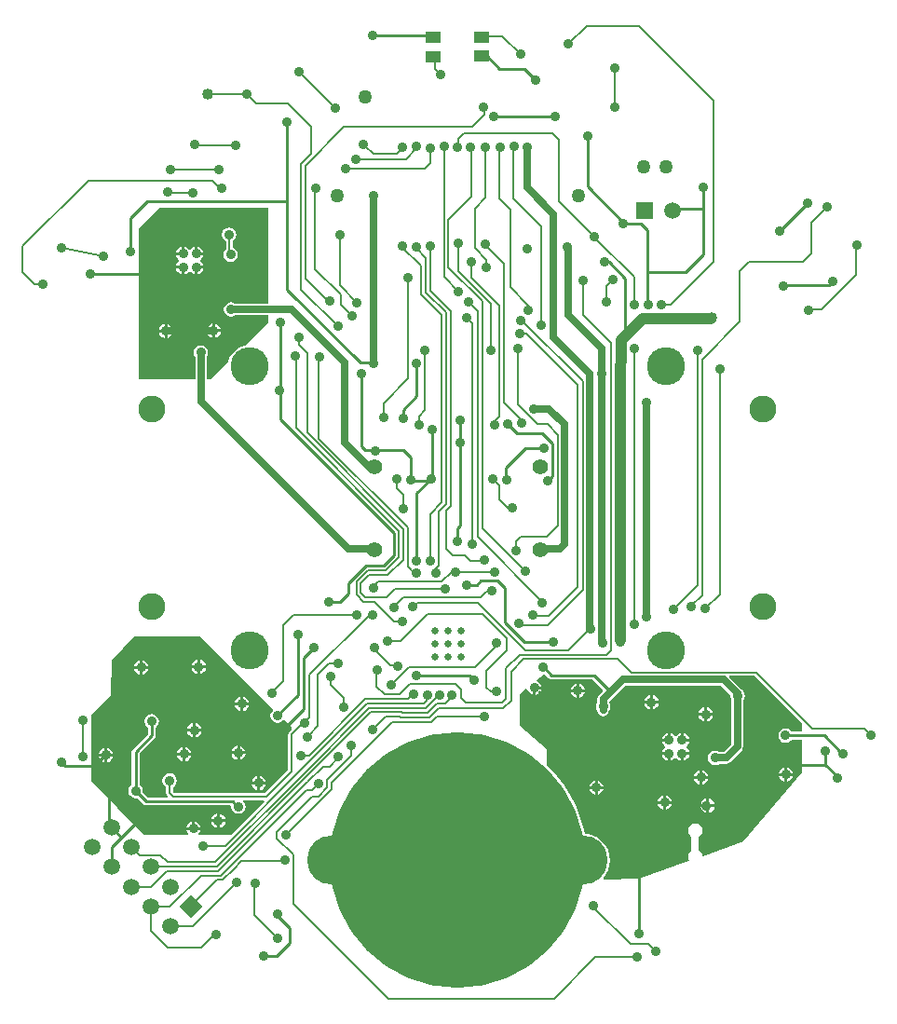
<source format=gbl>
%FSTAX23Y23*%
%MOIN*%
%SFA1B1*%

%IPPOS*%
%AMD48*
4,1,4,0.000000,-0.041700,0.041700,0.000000,0.000000,0.041700,-0.041700,0.000000,0.000000,-0.041700,0.0*
%
%ADD10C,0.010000*%
%ADD42C,0.025000*%
%ADD43C,0.040000*%
%ADD44C,0.008000*%
%ADD46C,0.055100*%
%ADD47C,0.059100*%
G04~CAMADD=48~10~0.0~590.4~0.0~0.0~0.0~0.0~0~0.0~0.0~0.0~0.0~0~0.0~0.0~0.0~0.0~0~0.0~0.0~0.0~225.0~590.4~0.0*
%ADD48D48*%
%ADD49C,0.050000*%
%ADD50R,0.059100X0.059100*%
%ADD51C,0.035000*%
%ADD52C,0.040000*%
%ADD53C,0.175000*%
%ADD54C,0.915000*%
%ADD55C,0.026000*%
%ADD56C,0.136000*%
%ADD57C,0.096000*%
%ADD58R,0.052000X0.044000*%
%LNronemotorboard-v10-1*%
%LPD*%
G36*
X03079Y03541D02*
X03339Y03281D01*
X03338Y03276*
X03338Y03275*
X03332Y03267*
X0333Y03257*
X03332Y03247*
X03338Y03239*
X03346Y03233*
X03356Y03231*
X03366Y03233*
X03374Y03239*
X03375Y0324*
X0338Y0324*
X03405Y03216*
Y03206*
X03398Y03199*
X03395Y03195*
X03394Y03191*
Y03063*
X03311Y0298*
X02987*
X02982Y02985*
Y03002*
X02988Y03006*
X02994Y03015*
X02996Y03025*
X02994Y03035*
X02988Y03043*
X02979Y03049*
X0297Y03051*
X0296Y03049*
X02951Y03043*
X02946Y03035*
X02944Y03025*
X02946Y03015*
X02951Y03006*
X02957Y03002*
Y0298*
X02958Y02975*
X02961Y02971*
X02964Y02967*
X02962Y02963*
X02891*
X02872Y02981*
X02874Y02988*
X02872Y02998*
X02866Y03006*
X02861Y03009*
Y03122*
X02915Y03176*
X02918Y0318*
X02919Y03186*
Y03215*
X02923Y03218*
X02929Y03227*
X02931Y03237*
X02929Y03246*
X02923Y03255*
X02914Y03261*
X02905Y03263*
X02895Y03261*
X02886Y03255*
X02881Y03246*
X02879Y03237*
X02881Y03227*
X02886Y03218*
X02892Y03214*
Y03191*
X02838Y03137*
X02835Y03133*
X02834Y03128*
Y03009*
X02829Y03006*
X02824Y02998*
X02822Y02988*
X02824Y02978*
X02829Y02969*
X02838Y02964*
X02848Y02962*
X02854Y02963*
X02876Y0294*
X0288Y02937*
X02886Y02936*
X03186*
X03189Y02932*
X03189Y02932*
X03191Y02922*
X03196Y02913*
X03205Y02908*
X03215Y02906*
X03225Y02908*
X03233Y02913*
X03239Y02922*
X03241Y02932*
X03239Y02942*
X03233Y0295*
X03232Y02951*
X03233Y02955*
X03307*
X03309Y02951*
X03188Y02829*
X03074Y02829*
X03073Y02834*
X03073Y02834*
X03079Y02843*
X0308Y02848*
X0303*
X03031Y02843*
X03036Y02834*
X03037Y02834*
X03035Y02829*
X02877Y02829*
X02688Y03023*
X02689Y0326*
X02759Y0333*
X02761Y03455*
X02844Y03542*
X03079Y03541*
G37*
G36*
X04327Y03391D02*
X04331Y03388D01*
X04337Y03387*
X04482*
X0452Y03349*
Y03344*
X04506Y0333*
X04501Y03324*
X045Y03316*
Y03305*
X04497Y03301*
X04495Y03291*
X04497Y03281*
X045Y03276*
Y03276*
X04501Y03268*
X04506Y03261*
X04513Y03256*
X04521Y03255*
X04529Y03256*
X04535Y03261*
X0454Y03268*
X04541Y03276*
Y03276*
X04545Y03281*
X04547Y03291*
X04545Y03301*
X04541Y03305*
Y03307*
X04599Y03365*
X04942*
X04977Y03329*
X04977Y03328*
X04979Y03318*
X0498Y03317*
Y03154*
X04952Y03126*
X04935*
X04931Y0313*
X04921Y03132*
X04911Y0313*
X04902Y03124*
X04897Y03116*
X04895Y03106*
X04897Y03096*
X04902Y03087*
X04911Y03082*
X04921Y0308*
X04931Y03082*
X04935Y03085*
X04961*
X04969Y03086*
X04975Y03091*
X05015Y03131*
X05018Y03135*
X0502Y03138*
X05021Y03146*
Y0331*
X05027Y03318*
X05029Y03328*
X05027Y03338*
X05021Y03346*
X05015Y03351*
X04971Y03395*
X04973Y03399*
X05062*
X05234Y03228*
Y03199*
X05195*
X05192Y03204*
X05183Y0321*
X05174Y03212*
X05164Y0321*
X05155Y03204*
X0515Y03196*
X05148Y03186*
X0515Y03176*
X05155Y03167*
X05164Y03162*
X05174Y0316*
X05183Y03162*
X05192Y03167*
X05195Y03172*
X05234*
Y03055*
X05023Y02806*
X0488Y02755*
X04876Y02757*
X04875Y02762*
X04869Y02771*
X04864Y02774*
Y02824*
X04869Y02827*
X04875Y02836*
X04877Y02846*
X04875Y02856*
X04869Y02864*
X0486Y0287*
X04851Y02872*
X04841Y0287*
X04832Y02864*
X04827Y02856*
X04825Y02846*
X04827Y02836*
X04832Y02827*
X04837Y02824*
Y02774*
X04832Y02771*
X04827Y02762*
X04825Y02753*
X04827Y02743*
X04828Y02741*
X04826Y02736*
X04648Y02673*
X04523Y02671*
X04521Y02676*
X04529Y02686*
X04538Y02703*
X04544Y02721*
X04546Y0274*
X04544Y02758*
X04538Y02776*
X04529Y02793*
X04517Y02807*
X04503Y02819*
X04486Y02828*
X04468Y02834*
X04455Y02835*
X0445Y0286*
X04437Y02899*
X04422Y02936*
X04403Y02973*
X04381Y03007*
X04356Y03039*
X04329Y03069*
X0432Y03078*
Y03137*
X04222Y03222*
Y03334*
X04246Y03353*
X0425Y03351*
X04251Y03347*
X04257Y03339*
X04265Y03333*
X0427Y03332*
Y03357*
X04275*
Y03362*
X043*
X04299Y03367*
X04293Y03375*
X04285Y03381*
X04284Y03384*
X04308Y03403*
X04314Y03404*
X04327Y03391*
G37*
G36*
X03321Y0473D02*
X03204D01*
X03199Y04734*
X0319Y04736*
X0318Y04734*
X03171Y04728*
X03166Y0472*
X03164Y0471*
X03166Y047*
X03171Y04691*
X0318Y04686*
X0319Y04684*
X03199Y04686*
X03204Y04689*
X03321*
Y04665*
X03238Y04582*
X03225Y04578*
X03212Y04571*
X03201Y04562*
X03191Y0455*
X03184Y04537*
X0318Y04524*
X03118Y04462*
X03102*
Y04542*
X03105Y04546*
X03107Y04556*
X03105Y04565*
X03099Y04574*
X03091Y0458*
X03081Y04582*
X03071Y0458*
X03062Y04574*
X03057Y04565*
X03055Y04556*
X03057Y04546*
X03061Y04539*
Y04462*
X02859*
Y05*
X02933Y05072*
X02934Y05073*
X03321*
Y0473*
G37*
%LNronemotorboard-v10-2*%
%LPC*%
G36*
X0517Y03072D02*
X05165Y03071D01*
X05156Y03065*
X05151Y03057*
X0515Y03052*
X0517*
Y03072*
G37*
G36*
X02767Y03111D02*
X02747D01*
Y03091*
X02752Y03092*
X0276Y03097*
X02766Y03106*
X02767Y03111*
G37*
G36*
X02737D02*
X02717D01*
X02718Y03106*
X02723Y03097*
X02732Y03092*
X02737Y03091*
Y03111*
G37*
G36*
X0518Y03072D02*
Y03052D01*
X052*
X05199Y03057*
X05193Y03065*
X05184Y03071*
X0518Y03072*
G37*
G36*
X0517Y03042D02*
X0515D01*
X05151Y03037*
X05156Y03028*
X05165Y03023*
X0517Y03022*
Y03042*
G37*
G36*
X03294Y03041D02*
Y03021D01*
X03314*
X03313Y03025*
X03307Y03034*
X03298Y0304*
X03294Y03041*
G37*
G36*
X052Y03042D02*
X0518D01*
Y03022*
X05184Y03023*
X05193Y03028*
X05199Y03037*
X052Y03042*
G37*
G36*
X04876Y03061D02*
Y03041D01*
X04896*
X04895Y03045*
X04889Y03054*
X0488Y0306*
X04876Y03061*
G37*
G36*
X04866D02*
X04861Y0306D01*
X04852Y03054*
X04847Y03045*
X04846Y03041*
X04866*
Y03061*
G37*
G36*
X03016Y03114D02*
X02996D01*
X02997Y03109*
X03002Y031*
X03011Y03095*
X03016Y03094*
Y03114*
G37*
G36*
Y03144D02*
X03011Y03143D01*
X03002Y03137*
X02997Y03129*
X02996Y03124*
X03016*
Y03144*
G37*
G36*
X02747Y03141D02*
Y03121D01*
X02767*
X02766Y03126*
X0276Y03134*
X02752Y0314*
X02747Y03141*
G37*
G36*
X03026Y03144D02*
Y03124D01*
X03046*
X03045Y03129*
X03039Y03137*
X03031Y03143*
X03026Y03144*
G37*
G36*
X03221Y03149D02*
Y03129D01*
X03241*
X0324Y03133*
X03234Y03142*
X03226Y03148*
X03221Y03149*
G37*
G36*
X03211D02*
X03206Y03148D01*
X03197Y03142*
X03192Y03133*
X03191Y03129*
X03211*
Y03149*
G37*
G36*
X02737Y03141D02*
X02732Y0314D01*
X02723Y03134*
X02718Y03126*
X02717Y03121*
X02737*
Y03141*
G37*
G36*
X04752Y03117D02*
X04732D01*
X04733Y03112*
X04739Y03104*
X04747Y03098*
X04752Y03097*
Y03117*
G37*
G36*
X03046Y03114D02*
X03026D01*
Y03094*
X03031Y03095*
X03039Y031*
X03045Y03109*
X03046Y03114*
G37*
G36*
X04829Y03117D02*
X04809D01*
Y03097*
X04814Y03098*
X04823Y03104*
X04828Y03112*
X04829Y03117*
G37*
G36*
X03241Y03119D02*
X03221D01*
Y03099*
X03226Y031*
X03234Y03105*
X0324Y03114*
X03241Y03119*
G37*
G36*
X03211D02*
X03191D01*
X03192Y03114*
X03197Y03105*
X03206Y031*
X03211Y03099*
Y03119*
G37*
G36*
X03284Y03041D02*
X03279Y0304D01*
X0327Y03034*
X03265Y03025*
X03264Y03021*
X03284*
Y03041*
G37*
G36*
X0492Y0293D02*
X049D01*
Y0291*
X04905Y02911*
X04913Y02916*
X04919Y02925*
X0492Y0293*
G37*
G36*
X0489D02*
X0487D01*
X04871Y02925*
X04876Y02916*
X04885Y02911*
X0489Y0291*
Y0293*
G37*
G36*
X04736Y02942D02*
X04716D01*
X04717Y02937*
X04722Y02928*
X04731Y02923*
X04736Y02922*
Y02942*
G37*
G36*
X0489Y0296D02*
X04885Y02959D01*
X04876Y02953*
X04871Y02945*
X0487Y0294*
X0489*
Y0296*
G37*
G36*
X04766Y02942D02*
X04746D01*
Y02922*
X0475Y02923*
X04759Y02928*
X04765Y02937*
X04766Y02942*
G37*
G36*
X03149Y02906D02*
Y02886D01*
X03169*
X03168Y0289*
X03162Y02899*
X03153Y02905*
X03149Y02906*
G37*
G36*
X03169Y02876D02*
X03149D01*
Y02856*
X03153Y02857*
X03162Y02862*
X03168Y02871*
X03169Y02876*
G37*
G36*
X03139D02*
X03119D01*
X0312Y02871*
X03125Y02862*
X03134Y02857*
X03139Y02856*
Y02876*
G37*
G36*
X0305Y02878D02*
X03045Y02877D01*
X03036Y02871*
X03031Y02863*
X0303Y02858*
X0305*
Y02878*
G37*
G36*
X03139Y02906D02*
X03134Y02905D01*
X03125Y02899*
X0312Y0289*
X03119Y02886*
X03139*
Y02906*
G37*
G36*
X0306Y02878D02*
Y02858D01*
X0308*
X03079Y02863*
X03073Y02871*
X03064Y02877*
X0306Y02878*
G37*
G36*
X04491Y03025D02*
X04486Y03024D01*
X04478Y03018*
X04472Y03009*
X04471Y03005*
X04491*
Y03025*
G37*
G36*
X03314Y03011D02*
X03294D01*
Y02991*
X03298Y02992*
X03307Y02997*
X03313Y03006*
X03314Y03011*
G37*
G36*
X04501Y03025D02*
Y03005D01*
X04521*
X0452Y03009*
X04514Y03018*
X04506Y03024*
X04501Y03025*
G37*
G36*
X04896Y03031D02*
X04876D01*
Y03011*
X0488Y03012*
X04889Y03017*
X04895Y03026*
X04896Y03031*
G37*
G36*
X04866D02*
X04846D01*
X04847Y03026*
X04852Y03017*
X04861Y03012*
X04866Y03011*
Y03031*
G37*
G36*
X03284Y03011D02*
X03264D01*
X03265Y03006*
X0327Y02997*
X03279Y02992*
X03284Y02991*
Y03011*
G37*
G36*
X04736Y02972D02*
X04731Y02971D01*
X04722Y02965*
X04717Y02956*
X04716Y02952*
X04736*
Y02972*
G37*
G36*
X049Y0296D02*
Y0294D01*
X0492*
X04919Y02945*
X04913Y02953*
X04905Y02959*
X049Y0296*
G37*
G36*
X04746Y02972D02*
Y02952D01*
X04766*
X04765Y02956*
X04759Y02965*
X0475Y02971*
X04746Y02972*
G37*
G36*
X04521Y02995D02*
X04501D01*
Y02975*
X04506Y02976*
X04514Y02981*
X0452Y0299*
X04521Y02995*
G37*
G36*
X04491D02*
X04471D01*
X04472Y0299*
X04478Y02981*
X04486Y02976*
X04491Y02975*
Y02995*
G37*
G36*
X04752Y03194D02*
X04747Y03193D01*
X04739Y03188*
X04733Y03179*
X04732Y03174*
X04752*
Y03194*
G37*
G36*
X03079Y03457D02*
Y03437D01*
X03099*
X03098Y03442*
X03092Y0345*
X03084Y03456*
X03079Y03457*
G37*
G36*
X03069D02*
X03064Y03456D01*
X03055Y0345*
X0305Y03442*
X03049Y03437*
X03069*
Y03457*
G37*
G36*
X02951Y04628D02*
X02931D01*
X02932Y04623*
X02937Y04614*
X02946Y04609*
X02951Y04608*
Y04628*
G37*
G36*
X03122Y04629D02*
X03102D01*
X03103Y04624*
X03108Y04615*
X03117Y0461*
X03122Y04609*
Y04629*
G37*
G36*
X02981Y04628D02*
X02961D01*
Y04608*
X02966Y04609*
X02974Y04614*
X0298Y04623*
X02981Y04628*
G37*
G36*
X02873Y03454D02*
Y03434D01*
X02893*
X02892Y03439*
X02886Y03447*
X02877Y03453*
X02873Y03454*
G37*
G36*
X02893Y03424D02*
X02873D01*
Y03404*
X02877Y03405*
X02886Y03411*
X02892Y03419*
X02893Y03424*
G37*
G36*
X02863D02*
X02843D01*
X02844Y03419*
X02849Y03411*
X02858Y03405*
X02863Y03404*
Y03424*
G37*
G36*
X03069Y03427D02*
X03049D01*
X0305Y03422*
X03055Y03413*
X03064Y03408*
X03069Y03407*
Y03427*
G37*
G36*
X02863Y03454D02*
X02858Y03453D01*
X02849Y03447*
X02844Y03439*
X02843Y03434*
X02863*
Y03454*
G37*
G36*
X03099Y03427D02*
X03079D01*
Y03407*
X03084Y03408*
X03092Y03413*
X03098Y03422*
X03099Y03427*
G37*
G36*
X03182Y05004D02*
X03172Y05002D01*
X03163Y04996*
X03158Y04987*
X03156Y04978*
X03158Y04968*
X03163Y04959*
X03171Y04954*
Y04925*
X03169Y04924*
X03164Y04915*
X03162Y04906*
X03164Y04896*
X03169Y04887*
X03178Y04882*
X03188Y0488*
X03197Y04882*
X03206Y04887*
X03212Y04896*
X03214Y04906*
X03212Y04915*
X03206Y04924*
X03197Y0493*
X03196Y0493*
Y04956*
X032Y04959*
X03206Y04968*
X03208Y04978*
X03206Y04987*
X032Y04996*
X03192Y05002*
X03182Y05004*
G37*
G36*
X0309Y04857D02*
X0307D01*
Y04837*
X03075Y04838*
X03084Y04844*
X03089Y04852*
X0309Y04857*
G37*
G36*
X03013Y04934D02*
X03008Y04933D01*
X03Y04928*
X02994Y04919*
X02993Y04914*
X03013*
Y04934*
G37*
G36*
X0306D02*
X03055Y04933D01*
X03047Y04928*
X03044Y04923*
X03039*
X03036Y04928*
X03028Y04933*
X03023Y04934*
Y04909*
X03018*
Y04904*
X02993*
X02994Y04899*
X03Y04891*
X03004Y04888*
Y04883*
X03Y0488*
X02994Y04872*
X02993Y04867*
X03018*
Y04862*
X03023*
Y04837*
X03028Y04838*
X03036Y04844*
X03039Y04848*
X03044*
X03047Y04844*
X03055Y04838*
X0306Y04837*
Y04862*
X03065*
Y04867*
X0309*
X03089Y04872*
X03084Y0488*
X03079Y04883*
Y04888*
X03084Y04891*
X03089Y04899*
X0309Y04904*
X03065*
Y04909*
X0306*
Y04934*
G37*
G36*
X0307D02*
Y04914D01*
X0309*
X03089Y04919*
X03084Y04928*
X03075Y04933*
X0307Y04934*
G37*
G36*
X03013Y04857D02*
X02993D01*
X02994Y04852*
X03Y04844*
X03008Y04838*
X03013Y04837*
Y04857*
G37*
G36*
X02951Y04658D02*
X02946Y04657D01*
X02937Y04651*
X02932Y04643*
X02931Y04638*
X02951*
Y04658*
G37*
G36*
X03152Y04629D02*
X03132D01*
Y04609*
X03137Y0461*
X03145Y04615*
X03151Y04624*
X03152Y04629*
G37*
G36*
X02961Y04658D02*
Y04638D01*
X02981*
X0298Y04643*
X02974Y04651*
X02966Y04657*
X02961Y04658*
G37*
G36*
X03132Y04659D02*
Y04639D01*
X03152*
X03151Y04643*
X03145Y04652*
X03137Y04658*
X03132Y04659*
G37*
G36*
X03122D02*
X03117Y04658D01*
X03108Y04652*
X03103Y04643*
X03102Y04639*
X03122*
Y04659*
G37*
G36*
X04435Y03372D02*
Y03352D01*
X04455*
X04454Y03357*
X04448Y03365*
X04439Y03371*
X04435Y03372*
G37*
G36*
X04913Y03257D02*
X04893D01*
Y03237*
X04898Y03238*
X04906Y03243*
X04912Y03252*
X04913Y03257*
G37*
G36*
X04883D02*
X04863D01*
X04864Y03252*
X04869Y03243*
X04878Y03238*
X04883Y03237*
Y03257*
G37*
G36*
Y03287D02*
X04878Y03286D01*
X04869Y0328*
X04864Y03272*
X04863Y03267*
X04883*
Y03287*
G37*
G36*
X03223Y03294D02*
X03203D01*
X03204Y03289*
X0321Y0328*
X03218Y03275*
X03223Y03274*
Y03294*
G37*
G36*
X04893Y03287D02*
Y03267D01*
X04913*
X04912Y03272*
X04906Y0328*
X04898Y03286*
X04893Y03287*
G37*
G36*
X03063Y0323D02*
Y0321D01*
X03083*
X03082Y03215*
X03076Y03223*
X03068Y03229*
X03063Y0323*
G37*
G36*
X03053Y032D02*
X03033D01*
X03034Y03195*
X03039Y03187*
X03048Y03181*
X03053Y0318*
Y032*
G37*
G36*
X04809Y03194D02*
Y03174D01*
X04829*
X04828Y03179*
X04823Y03188*
X04814Y03193*
X04809Y03194*
G37*
G36*
X03083Y032D02*
X03063D01*
Y0318*
X03068Y03181*
X03076Y03187*
X03082Y03195*
X03083Y032*
G37*
G36*
X03053Y0323D02*
X03048Y03229D01*
X03039Y03223*
X03034Y03215*
X03033Y0321*
X03053*
Y0323*
G37*
G36*
X04799Y03194D02*
X04794Y03193D01*
X04786Y03188*
X04783Y03183*
X04778*
X04775Y03188*
X04767Y03193*
X04762Y03194*
Y03169*
X04757*
Y03164*
X04732*
X04733Y03159*
X04739Y03151*
X04743Y03148*
Y03143*
X04739Y0314*
X04733Y03132*
X04732Y03127*
X04757*
Y03122*
X04762*
Y03097*
X04767Y03098*
X04775Y03104*
X04778Y03108*
X04783*
X04786Y03104*
X04794Y03098*
X04799Y03097*
Y03122*
X04804*
Y03127*
X04829*
X04828Y03132*
X04823Y0314*
X04818Y03143*
Y03148*
X04823Y03151*
X04828Y03159*
X04829Y03164*
X04804*
Y03169*
X04799*
Y03194*
G37*
G36*
X04425Y03342D02*
X04405D01*
X04406Y03337*
X04411Y03328*
X0442Y03323*
X04425Y03322*
Y03342*
G37*
G36*
X04699Y0333D02*
Y0331D01*
X04719*
X04718Y03314*
X04712Y03323*
X04703Y03329*
X04699Y0333*
G37*
G36*
X04455Y03342D02*
X04435D01*
Y03322*
X04439Y03323*
X04448Y03328*
X04454Y03337*
X04455Y03342*
G37*
G36*
X04425Y03372D02*
X0442Y03371D01*
X04411Y03365*
X04406Y03357*
X04405Y03352*
X04425*
Y03372*
G37*
G36*
X043Y03352D02*
X0428D01*
Y03332*
X04285Y03333*
X04293Y03339*
X04299Y03347*
X043Y03352*
G37*
G36*
X04689Y0333D02*
X04684Y03329D01*
X04675Y03323*
X0467Y03314*
X04669Y0331*
X04689*
Y0333*
G37*
G36*
Y033D02*
X04669D01*
X0467Y03295*
X04675Y03286*
X04684Y03281*
X04689Y0328*
Y033*
G37*
G36*
X03253Y03294D02*
X03233D01*
Y03274*
X03238Y03275*
X03246Y0328*
X03252Y03289*
X03253Y03294*
G37*
G36*
X04719Y033D02*
X04699D01*
Y0328*
X04703Y03281*
X04712Y03286*
X04718Y03295*
X04719Y033*
G37*
G36*
X03233Y03324D02*
Y03304D01*
X03253*
X03252Y03308*
X03246Y03317*
X03238Y03323*
X03233Y03324*
G37*
G36*
X03223D02*
X03218Y03323D01*
X0321Y03317*
X03204Y03308*
X03203Y03304*
X03223*
Y03324*
G37*
%LNronemotorboard-v10-3*%
%LPD*%
G54D10*
X04523Y04879D02*
X04541D01*
X04598Y04822*
X03853Y03822D02*
Y04053D01*
X03902Y04102*
X03655Y0422D02*
X03669Y04207D01*
X03655Y0422D02*
Y0448D01*
X02761Y02786D02*
X02847Y02872D01*
X02761Y02718D02*
Y02786D01*
X0533Y04798D02*
X05343Y04811D01*
X05163Y04798D02*
X0533D01*
X029Y03239D02*
X02906Y03233D01*
Y03186D02*
Y03233D01*
X02848Y03128D02*
X02906Y03186D01*
X04128Y054D02*
X0435D01*
X0339Y04782D02*
X03652Y0452D01*
X04679Y04844D02*
X04815D01*
X04679D02*
Y04994D01*
X04657Y05016D02*
X04679Y04994D01*
X04593Y05016D02*
X04657D01*
X04465Y05149D02*
X04593Y05021D01*
X04465Y05149D02*
Y05332D01*
X04174Y04101D02*
Y04144D01*
X04292Y03274D02*
Y03343D01*
X02751Y02866D02*
X02796Y02821D01*
X02848Y02988D02*
Y03128D01*
X03352Y02545D02*
X03399Y02498D01*
Y02445D02*
Y02498D01*
X03351Y02397D02*
X03399Y02445D01*
X03305Y02397D02*
X03351D01*
X03835Y04098D02*
X03896D01*
X04069Y03725D02*
X04083Y03739D01*
X04033Y03725D02*
X04069D01*
X04598Y04628D02*
Y04822D01*
X02751Y02866D02*
Y03D01*
X02848Y02988D02*
X02886Y0295D01*
X05153Y04992D02*
X05253Y05092D01*
X04815Y04844D02*
X04879Y04908D01*
X02581Y03091D02*
X02595Y03077D01*
X05317Y03082D02*
X05362Y03036D01*
X05217Y03082D02*
X05317D01*
X03698Y05689D02*
X03894D01*
X05317Y03082D02*
Y03128D01*
X0424Y05572D02*
X0428Y05532D01*
X0415Y05572D02*
X0424D01*
X04105Y05617D02*
X0415Y05572D01*
X0289Y05096D02*
X03385D01*
X0283Y05036D02*
X0289Y05096D01*
X02686Y04837D02*
X02871D01*
X04648Y02477D02*
Y02692D01*
X02595Y03077D02*
X027D01*
X03807Y04207D02*
X03834Y0418D01*
X03853Y044D02*
Y04511D01*
X0339Y04782D02*
Y05379D01*
X0418Y04302D02*
X04214Y04268D01*
X02739Y03116D02*
X02742D01*
X027Y03077D02*
X02739Y03116D01*
X04174Y04144D02*
X04243Y04213D01*
X04309*
X04Y03883D02*
Y03927D01*
X0432Y03317D02*
X04381D01*
X04793Y05071D02*
X04878D01*
X04879Y04908D02*
Y05146D01*
X04Y03927D02*
X04009Y03936D01*
X05174Y03186D02*
X05312D01*
X05369Y03128*
X02886Y0295D02*
X03195D01*
X03213Y02931*
X04009Y03936D02*
Y04233D01*
Y04311*
X03652Y0452D02*
X03699D01*
X03705*
X0283Y04918D02*
Y05036D01*
X04679Y04717D02*
Y04844D01*
X03805Y04326D02*
Y04352D01*
X03853Y044*
X04214Y04268D02*
X04302D01*
X0434Y04114D02*
Y0423D01*
X04302Y04268D02*
X0434Y0423D01*
X04325Y04099D02*
X0434Y04114D01*
X03669Y04207D02*
X03807D01*
X03834Y04098D02*
Y0418D01*
X03909Y04103D02*
Y04272D01*
X04059Y03383D02*
Y0339D01*
X03851Y034D02*
X04042D01*
X04059Y03383*
X04488Y03401D02*
X04546Y03343D01*
X04337Y03401D02*
X04488D01*
X04308Y03429D02*
X04337Y03401D01*
X04307Y03429D02*
X04308D01*
X04239Y03521D02*
X04344D01*
X0417Y0359D02*
X04239Y03521D01*
X04083Y03739D02*
X04144D01*
X0417Y03713*
Y0359D02*
Y03713D01*
X03736Y03795D02*
X03772Y03831D01*
X0361Y03732D02*
X03673Y03795D01*
X03736*
X0361Y03694D02*
Y03732D01*
X03579Y03664D02*
X0361Y03694D01*
X0354Y03664D02*
X03579D01*
X03365Y04318D02*
Y04665D01*
Y04318D02*
X03772Y03911D01*
Y03831D02*
Y03911D01*
X03357Y0325D02*
Y03259D01*
X03449Y03463D02*
X03486Y035D01*
X03429Y03331D02*
Y03544D01*
X03389Y03221D02*
X03449Y03281D01*
Y03463*
X03357Y03259D02*
X03429Y03331D01*
G54D42*
X0368Y0415D02*
X03701D01*
X03406Y0471D02*
X03595Y04521D01*
X0319Y0471D02*
X03406D01*
X03595Y04235D02*
Y04521D01*
X04344Y04609D02*
X04474Y04479D01*
X03699Y0452D02*
Y05115D01*
Y04518D02*
Y0452D01*
X04344Y04609D02*
Y05051D01*
X04249Y05146D02*
X04344Y05051D01*
X04249Y05146D02*
Y0529D01*
X04327Y04355D02*
X04382Y04299D01*
X04365Y03854D02*
X04382Y03871D01*
X04395Y0469D02*
X04516Y04569D01*
Y04482D02*
Y04569D01*
X04395Y0469D02*
Y04929D01*
X04284Y03854D02*
X04365D01*
X04591Y03386D02*
X04951D01*
X04517Y0352D02*
Y04479D01*
X03595Y04235D02*
X0368Y0415D01*
X04921Y03106D02*
X04961D01*
X05001Y03146*
X04521Y03276D02*
Y03316D01*
X04951Y03386D02*
X05001Y03336D01*
X03082Y0438D02*
Y04557D01*
Y0438D02*
X03608Y03854D01*
X03706*
X04275Y04355D02*
X04327D01*
X04521Y03316D02*
X04591Y03386D01*
X04676Y03611D02*
Y04377D01*
X04382Y03871D02*
Y04299D01*
X02956Y04633D02*
X03127D01*
X05001Y03146D02*
Y03336D01*
X04474Y03567D02*
Y04479D01*
G54D43*
X04584Y04431D02*
X04585Y04599D01*
X04582Y03526D02*
X04584Y04431D01*
X04585Y04599D02*
X04663Y04677D01*
X04907*
G54D44*
X04149Y04031D02*
Y04082D01*
X04127Y04105D02*
X04149Y04082D01*
X04122Y04105D02*
X04127D01*
X04133Y04303D02*
Y04311D01*
X04148Y04326*
X04002Y04848D02*
Y04941D01*
Y04848D02*
X04118Y04732D01*
X03783Y04071D02*
Y04099D01*
Y04071D02*
X03806Y04048D01*
X04549Y03492D02*
Y04589D01*
X03746Y03681D02*
X03775Y0371D01*
X03958*
X03901Y03808D02*
Y03978D01*
X03943Y0402*
X02909Y02574D02*
X0297D01*
X02903Y02568D02*
X02909Y02574D01*
X02903Y02487D02*
Y02568D01*
X03388Y02834D02*
X03397D01*
X03827Y0343D02*
X04062D01*
X03763Y03366D02*
X03827Y0343D01*
X03792Y03333D02*
X03829Y0337D01*
X03738Y03333D02*
X03792D01*
X0371Y03361D02*
X03738Y03333D01*
X03697Y03208D02*
X03742Y03253D01*
X0371Y03361D02*
Y03421D01*
X03829Y0337D02*
X03993D01*
X04071Y03896D02*
X04303Y03663D01*
X04071Y03896D02*
Y04704D01*
X04035Y04739D02*
X04071Y04704D01*
X05301Y04709D02*
X05426Y04833D01*
X05256Y04709D02*
X05301D01*
X04487Y02571D02*
Y02585D01*
X04684Y02439D02*
X0471Y02413D01*
X04487Y02571D02*
X0462Y02439D01*
X04684*
X03356Y02461D02*
Y02462D01*
X03274Y02544D02*
X03356Y02462D01*
X03274Y02544D02*
Y0265D01*
X03277Y02653*
X03184Y04907D02*
Y04975D01*
X04241Y03771D02*
Y03773D01*
X04088Y03926D02*
X04241Y03773D01*
X04088Y03926D02*
Y04739D01*
X03837Y03335D02*
X03846D01*
X03823Y03317D02*
X03837Y03335D01*
X04052Y0387D02*
Y04659D01*
X04032Y04679D02*
X04052Y04659D01*
X0419Y04789D02*
X04254Y04725D01*
X0419Y04789D02*
Y05066D01*
X03452Y03234D02*
X0347Y03252D01*
X03992Y03772D02*
X03994Y0377D01*
X03978Y03772D02*
X03992D01*
X03942Y03736D02*
X03978Y03772D01*
X04286Y04299D02*
X04321D01*
X04215Y0437D02*
X04286Y04299D01*
X04215Y0437D02*
Y04569D01*
X03822Y03789D02*
X0385Y03761D01*
X03578Y04796D02*
Y04974D01*
X04494Y04965D02*
X04632Y04828D01*
Y04719D02*
Y04828D01*
X04001Y0532D02*
X04022Y05341D01*
X04001Y05294D02*
Y0532D01*
X04916Y04881D02*
Y05457D01*
X04763Y04728D02*
X04916Y04881D01*
X04728Y04728D02*
X04763D01*
X04836Y03649D02*
X04875Y03688D01*
Y03743*
X05068Y03412D02*
X0527Y0321D01*
X04621Y03412D02*
X05068D01*
X05456Y0321D02*
X05478Y03188D01*
X0527Y0321D02*
X05456D01*
X0266Y03112D02*
Y03241D01*
Y03112D02*
X02662Y0311D01*
X03582Y04727D02*
Y04763D01*
X04049Y04824D02*
Y0488D01*
Y04824D02*
X04148Y04725D01*
X04118Y04565D02*
Y04732D01*
X03967Y0486D02*
X04088Y04739D01*
X03951Y04827D02*
X04004Y04774D01*
X03951Y04827D02*
Y05292D01*
X038Y04935D02*
X0387Y04866D01*
Y04765D02*
Y04866D01*
X03851Y0493D02*
X03886Y04895D01*
Y04771D02*
Y04895D01*
X03824Y04463D02*
Y0478D01*
X04062Y04929D02*
X04104Y04887D01*
X03902Y04778D02*
Y04938D01*
X04104Y04855D02*
Y04887D01*
X03461Y04269D02*
Y04555D01*
X03433Y04583D02*
X03461Y04555D01*
X03433Y04583D02*
Y04613D01*
X04229Y04672D02*
X04448Y04453D01*
Y03708D02*
Y04453D01*
X04428Y03716D02*
Y04442D01*
X04149Y05107D02*
X0419Y05066D01*
X04051Y05363D02*
X04095Y05407D01*
X03594Y05363D02*
X04051D01*
X04022Y05341D02*
X04339D01*
X04363Y05317*
X03638Y03689D02*
X03662Y03665D01*
X03702*
X03669Y03681D02*
X03746D01*
X03654Y03696D02*
X03669Y03681D01*
X03702Y03665D02*
X03772Y03595D01*
X03801*
X03716Y03736D02*
X03942D01*
X03697Y03717D02*
X03716Y03736D01*
X03407Y03058D02*
Y03191D01*
X03317Y02968D02*
X03407Y03058D01*
X02982Y02968D02*
X03317D01*
X03463Y03019D02*
X03519Y03075D01*
X03462Y03019D02*
X03463D01*
X03458Y02992D02*
X0348D01*
X03407Y03191D02*
X03449Y03233D01*
X03442Y03115D02*
X03468D01*
X03993Y0337D02*
X04014Y03349D01*
Y03321D02*
Y03349D01*
X03937Y03332D02*
Y03333D01*
X0348Y02992D02*
X03503Y03015D01*
X03457Y03036D02*
Y03036D01*
X03441Y03042D02*
Y03042D01*
X03425Y03049D02*
Y03049D01*
X02937Y02757D02*
X02961Y02734D01*
X02864Y02757D02*
X02937D01*
X02837Y02785D02*
X02864Y02757D01*
X04062Y0343D02*
X04145Y03513D01*
X03088Y02793D02*
X0309Y02791D01*
Y02791*
X0309Y02792*
X02834Y02645D02*
X02903D01*
X03105Y0548D02*
X03244D01*
X02443Y04844D02*
X02485Y04802D01*
X02515*
X02443Y04844D02*
Y04936D01*
X02678Y05171*
X0422Y03574D02*
X04228Y03582D01*
X0421Y03585D02*
X0422Y03574D01*
X04648Y05725D02*
X04916Y05457D01*
X04461Y05725D02*
X04648D01*
X04395Y05659D02*
X04461Y05725D01*
X02678Y05171D02*
X03122D01*
X0445Y04689D02*
X04549Y04589D01*
X03129Y02474D02*
X03135D01*
X03082Y02427D02*
X03129Y02474D01*
X02964Y02427D02*
X03082D01*
X02903Y02487D02*
X02964Y02427D01*
X03582Y04727D02*
X03623Y04686D01*
X03394Y05446D02*
X03477Y05363D01*
X04149Y05107D02*
Y05287D01*
X041Y04939D02*
X04166Y04873D01*
X03903Y05235D02*
Y05288D01*
X03881Y05213D02*
X03903Y05235D01*
X03815Y05248D02*
X03854Y05287D01*
X03637Y05248D02*
X03815D01*
X03782Y05266D02*
X03801Y05285D01*
X03699Y05266D02*
X03782D01*
X03667Y05297D02*
X03699Y05266D01*
X036Y05213D02*
X03881D01*
X03884Y0435D02*
Y04562D01*
X03862Y04328D02*
X03884Y0435D01*
X04321Y04299D02*
X04358Y04262D01*
X04318Y03898D02*
X04358Y03938D01*
X03413Y02583D02*
Y02759D01*
X03354Y02818D02*
X03413Y02759D01*
Y02583D02*
X03751Y02245D01*
X03845Y03651D02*
X03855Y03661D01*
X0445Y04689D02*
Y04814D01*
X03806Y04004D02*
Y04048D01*
X04322Y03582D02*
X04448Y03708D01*
X04228Y03582D02*
X04322D01*
X04104Y03702D02*
X04122D01*
X0501Y04666D02*
Y04846D01*
X04875Y04531D02*
X0501Y04666D01*
X03122Y05171D02*
X0315Y05143D01*
X03278Y05446D02*
X03394D01*
X03245Y05479D02*
X03278Y05446D01*
X03751Y02245D02*
X04346D01*
X04632Y03582D02*
Y0457D01*
X02964Y05127D02*
X03053D01*
X03056Y05297D02*
X03204D01*
X04149Y04031D02*
X0418Y04001D01*
X04207*
X04095Y05407D02*
Y0543D01*
X04494Y02393D02*
X0464D01*
X04346Y02245D02*
X04494Y02393D01*
X0258Y04934D02*
X02585Y04929D01*
X02731Y04901*
X02579Y04935D02*
X0258Y04934D01*
X02579Y04935D02*
X0258D01*
X04563Y05437D02*
Y05573D01*
X03432Y05561D02*
X03564Y05429D01*
X03919Y0557D02*
X0394Y05549D01*
X03919Y0557D02*
Y05608D01*
X0416Y05688D02*
X04225Y05623D01*
X04081Y05688D02*
X0416D01*
X02975Y05211D02*
X03145D01*
X05265Y0502D02*
X05323Y05078D01*
X05427Y04833D02*
Y04942D01*
X04225Y04303D02*
Y04306D01*
X04232Y04313*
X05265Y04909D02*
Y0502D01*
X05236Y0488D02*
X05265Y04909D01*
X0501Y04846D02*
X05044Y0488D01*
X05236*
X04875Y03744D02*
Y04531D01*
X04859Y03751D02*
Y04566D01*
X03736Y04375D02*
X03824Y04463D01*
X03861Y04291D02*
Y04308D01*
X03736Y04324D02*
Y04375D01*
X03994Y03771D02*
X04133D01*
X04166Y04378D02*
Y04873D01*
Y04378D02*
X04223Y04321D01*
X0422Y04313D02*
X04234D01*
X04773Y03637D02*
X04859Y03723D01*
Y03751*
X04531Y04793D02*
X04555Y04817D01*
X04531Y04731D02*
Y04793D01*
X03772Y03647D02*
X03806Y03681D01*
X04083*
X04104Y03702*
X0297Y0298D02*
X02982Y02968D01*
X0297Y0298D02*
Y03025D01*
X03923Y03767D02*
Y03783D01*
X03933Y03793*
Y03987*
X0396Y03853D02*
Y03991D01*
X04046Y03811D02*
X04095D01*
X0396Y03853D02*
X03982Y03831D01*
X04026*
X04046Y03811*
X0421Y03848D02*
Y03881D01*
X04227Y03898*
X04318*
X04104Y03418D02*
X04176Y0349D01*
Y03535*
X0409Y03621D02*
X04176Y03535D01*
X03893Y03621D02*
X0409D01*
X03796Y03524D02*
X03893Y03621D01*
X03752Y03524D02*
X03796D01*
X03933Y03987D02*
X03959Y04013D01*
Y04171*
X03862Y043D02*
Y04328D01*
X03902Y04778D02*
X03977Y04704D01*
X0396Y03991D02*
X03977Y04008D01*
Y04704*
X03959Y04172D02*
Y04699D01*
X03886Y04771D02*
X03959Y04699D01*
X03943Y04021D02*
Y04692D01*
X0387Y04765D02*
X03943Y04692D01*
X04148Y04326D02*
Y04725D01*
X04223Y04298D02*
Y04321D01*
X03468Y03188D02*
X03499Y03219D01*
X03468Y03188D02*
Y03188D01*
X04358Y03938D02*
Y04262D01*
X037Y03497D02*
X0376Y03437D01*
X03787*
X04226Y04629D02*
X0423Y04625D01*
X04245*
X04428Y04442*
X0427Y03614D02*
X04326D01*
X04428Y03716*
X0315Y05143D02*
X03156D01*
X03815Y03301D02*
X03817Y03299D01*
X03809Y03285D02*
X0381Y03283D01*
X03802Y03269D02*
X03804Y03267D01*
X03795Y03253D02*
X03797Y03251D01*
X03742Y03253D02*
X03795D01*
X03797Y03251D02*
X03899D01*
X03979Y03324D02*
Y03332D01*
X03804Y03267D02*
X03892D01*
X03934Y03332D02*
X03937D01*
X0381Y03283D02*
X03886D01*
X03934Y03332*
X03817Y03299D02*
X03879D01*
X03893Y03313*
X03926Y03301D02*
X03955D01*
X03979Y03324*
X03899Y03251D02*
X03933Y03285D01*
X03892Y03267D02*
X03926Y03301D01*
X03578Y04796D02*
X0364Y04733D01*
X04014Y03321D02*
X0403Y03304D01*
X0416*
X04173Y03317*
Y03427*
X04164Y03285D02*
X04191Y03312D01*
X03933Y03285D02*
X04164D01*
X04191Y03312D02*
Y03415D01*
X04104Y03358D02*
Y03418D01*
Y03358D02*
X04118Y03343D01*
X0414*
X03906Y03235D02*
X03925Y03254D01*
X04101*
X04573Y03459D02*
X04621Y03412D01*
X04532Y03475D02*
X04549Y03492D01*
X04173Y03427D02*
X04222Y03475D01*
X03855Y03661D02*
X04073D01*
X04243Y03491*
X04222Y03475D02*
X04236D01*
X04236Y03475*
X04403Y03475D02*
X04532D01*
X04191Y03415D02*
X04235Y03459D01*
X04409Y03459D02*
X04573D01*
X04396Y03491D02*
X04471Y03566D01*
X04402Y03475D02*
X04403Y03475D01*
X04409Y03459D02*
X04409Y03459D01*
X04235Y03459D02*
X04409D01*
X04236Y03475D02*
X04402D01*
X04243Y03491D02*
X04396D01*
X03335Y03339D02*
X03355Y03359D01*
X0367Y03317D02*
X03823D01*
X03676Y03301D02*
X03815D01*
X03683Y03285D02*
X03809D01*
X0369Y03269D02*
X03802D01*
X03468Y03115D02*
X0367Y03317D01*
X03425Y03049D02*
X03676Y03301D01*
X03441Y03042D02*
X03683Y03285D01*
X03457Y03036D02*
X0369Y03269D01*
X03519Y03075D02*
X03543D01*
X03574Y03106*
Y0311*
X03549Y03017D02*
X03767Y03235D01*
X03906*
X03354Y02818D02*
Y02841D01*
X0348Y02968*
X03533Y03026D02*
X0362Y03113D01*
Y0315*
X03397Y02834D02*
Y02843D01*
X03399D02*
X03549Y02993D01*
Y03017*
X03397Y02843D02*
X03399D01*
X03501Y02968D02*
X03533Y03D01*
Y03026*
X0348Y02968D02*
X03501D01*
X03477Y05268D02*
Y05363D01*
X03456Y04821D02*
X03532Y04745D01*
X03456Y04821D02*
Y05225D01*
X03594Y05363*
X0344Y05232D02*
X03477Y05268D01*
X0349Y04854D02*
Y05143D01*
Y04854D02*
X03582Y04763D01*
X0344Y04782D02*
X03572Y04651D01*
X0344Y04782D02*
Y05232D01*
X03824Y04777D02*
Y04825D01*
X03743Y03778D02*
X03789Y03824D01*
X0375Y03759D02*
X03805Y03814D01*
X03638Y03689D02*
Y03736D01*
X0368Y03778*
X03743*
X03654Y03696D02*
Y03729D01*
X03683Y03759*
X0375*
X03504Y04248D02*
Y04541D01*
Y04248D02*
X03822Y0393D01*
X03789Y03824D02*
Y03918D01*
X03805Y03814D02*
Y03925D01*
X03822Y03789D02*
Y0393D01*
X03461Y04269D02*
X03805Y03925D01*
X03421Y04286D02*
X03789Y03918D01*
X03421Y04286D02*
Y04543D01*
X0342Y04544D02*
X03421Y04543D01*
X04254Y04706D02*
Y04725D01*
X04062Y04929D02*
Y05072D01*
X041Y0511*
Y05289*
X03967Y0486D02*
Y05032D01*
X04048Y05113*
Y0529*
X042Y05108D02*
Y0529D01*
Y05108D02*
X043Y05008D01*
Y04666D02*
Y05008D01*
X04363Y05096D02*
Y05317D01*
Y05096D02*
X04489Y0497D01*
Y04969D02*
Y0497D01*
X04887Y0364D02*
X04887D01*
X04939Y03692*
Y04497*
X03539Y03444D02*
X03572D01*
X03499Y03219D02*
Y03404D01*
X03539Y03444*
X03546Y03367D02*
Y03397D01*
Y03367D02*
X03594Y03319D01*
Y03288D02*
Y03319D01*
X0347Y03252D02*
Y03403D01*
X03685Y03614D02*
X03691Y03608D01*
X0347Y03403D02*
X03681Y03614D01*
X03685*
X03355Y03359D02*
X03377Y03381D01*
Y0358*
X03414Y03617*
X03638*
X02903Y02645D02*
X02959Y02701D01*
X0297Y02574D02*
X03081Y02685D01*
X02959Y02701D02*
X03144D01*
X03081Y02685D02*
X03151D01*
X03047Y02576D02*
X0314Y02669D01*
X0309Y02792D02*
X03168D01*
X03425Y03049*
X03198Y02708D02*
X03226Y02737D01*
X03381*
X02961Y02734D02*
X03132D01*
X03441Y03042*
X02904Y02717D02*
X03138D01*
X03457Y03036*
X03144Y02701D02*
X03462Y03019D01*
X03151Y02685D02*
X03458Y02992D01*
X03159Y02669D02*
X03198Y02708D01*
Y02708*
X0314Y02669D02*
X03159D01*
X02977Y02504D02*
X03054D01*
X03209Y0266*
X0321*
G54D46*
X04295Y03852D03*
Y04147D03*
X03704D03*
Y03852D03*
G54D47*
X02691Y02787D03*
X02762Y02857D03*
Y02716D03*
X02832Y02787D03*
Y02645D03*
X02903Y02716D03*
Y02575D03*
X02974Y02645D03*
Y02504D03*
X0477Y05065D03*
G54D48*
X03045Y02575D03*
G54D49*
X03569Y05117D03*
X04431D03*
X04745Y0522D03*
X04665D03*
X03669Y05471D03*
G54D50*
X0467Y05065D03*
G54D51*
X04526Y04879D03*
X04001Y04946D03*
X03782Y04105D03*
X04175Y04101D03*
X03903Y04938D03*
X0414Y03517D03*
X02731Y04899D03*
X03182Y04978D03*
X03188Y04906D03*
X04242Y03775D03*
X04032Y04681D03*
X03453Y0323D03*
X043Y04655D03*
X03542Y04742D03*
X03854Y03766D03*
X04939Y04498D03*
X03999Y05292D03*
X04858Y04565D03*
X05479Y03186D03*
X04049Y04882D03*
X04104Y0486D03*
X03433Y04612D03*
X0342Y04544D03*
X03505Y04541D03*
X0425Y04927D03*
X03698Y03715D03*
X03801Y03595D03*
X03462Y03181D03*
X0344Y03114D03*
X03504Y03014D03*
X03844Y03335D03*
X03893Y03332D03*
X03979D03*
X03851Y034D03*
X03762Y03368D03*
X0362Y03151D03*
X03594Y03288D03*
X041Y05289D03*
X0309Y02791D03*
X03021Y03119D03*
X04519Y03516D03*
X03135Y02474D03*
X04593Y05016D03*
X04099Y04943D03*
X03853Y05293D03*
X03637Y05248D03*
X03884Y04563D03*
X03854Y04518D03*
X037Y05116D03*
X04476Y03567D03*
X04309Y04213D03*
X0321Y0266D03*
X03275Y02657D03*
X03712Y03422D03*
X02905Y03237D03*
X03305Y02397D03*
X03382Y02739D03*
X0435Y05401D03*
X04128D03*
X04216Y04572D03*
X04249Y05291D03*
X04394Y04934D03*
X03805Y03998D03*
X04033Y03725D03*
X03703Y035D03*
X04038Y04737D03*
X04047Y05291D03*
X04004Y04774D03*
X04121Y03705D03*
X04227Y04672D03*
X04223Y04624D03*
X04118Y04563D03*
X05343Y04811D03*
X02848Y02988D03*
X05253Y05092D03*
X05153Y04992D03*
X04304Y03659D03*
X04268Y03618D03*
X03994Y03772D03*
X02581Y03091D03*
X02515Y04802D03*
X03156Y05143D03*
X03623Y04686D03*
X03571Y04651D03*
X05379Y0312D03*
X05174Y03186D03*
X05315Y03129D03*
X04489Y04969D03*
X04631Y0457D03*
X05175Y03047D03*
X03365Y04665D03*
X03951Y05293D03*
X03053Y05127D03*
X03058Y05301D03*
X03205Y05298D03*
X03578Y04978D03*
X036Y05213D03*
X03663Y053D03*
X0364Y04733D03*
X03852Y04935D03*
X03802Y04938D03*
X03699Y04518D03*
X03127Y04634D03*
X02956Y04633D03*
X03081Y04556D03*
X04584Y04431D03*
X03904Y05287D03*
X03801Y05292D03*
X04151Y05291D03*
X04201Y05294D03*
X04096Y03814D03*
X04709Y02413D03*
X04643Y02393D03*
X05359Y03033D03*
X04486Y02578D03*
X05428Y04942D03*
X04563Y05573D03*
Y05433D03*
X03432Y05561D03*
X03564Y05429D03*
X02583Y0493D03*
X04871Y03036D03*
X04921Y03106D03*
X05003Y03328D03*
X03357Y02462D03*
X0319Y0471D03*
X04804Y03169D03*
Y03122D03*
X04757Y03169D03*
Y03122D03*
X03018Y04862D03*
Y04909D03*
X03065Y04862D03*
Y04909D03*
X03144Y02881D03*
X03055Y02853D03*
X03289Y03016D03*
X0394Y05549D03*
X03696Y0569D03*
X04225Y05623D03*
X0428Y05532D03*
X04094Y05435D03*
X03245Y05479D03*
X04676Y04377D03*
X03657Y04481D03*
X03145Y05211D03*
X02972Y0521D03*
X02964Y05131D03*
X04395Y05659D03*
X02686Y04837D03*
X02829Y04918D03*
X0339Y05379D03*
X04465Y05332D03*
X05323Y05078D03*
X05257Y04706D03*
X0418Y04302D03*
X04133Y04298D03*
X04009Y04233D03*
X04648Y02477D03*
X04888Y03262D03*
X03638Y03618D03*
X03215Y02932D03*
X04218Y03586D03*
X04633Y04728D03*
X03705Y04204D03*
X0421Y03848D03*
X04133Y03771D03*
X0354Y03664D03*
X0445Y04815D03*
X04773Y03637D03*
X04836Y03647D03*
X04632Y03585D03*
X04583Y03522D03*
X04681Y04727D03*
X04728D03*
X04555Y04817D03*
X04531Y04738D03*
X05165Y04795D03*
X03839Y03647D03*
X03771Y03644D03*
X03697Y03616D03*
X04229Y04303D03*
X03386Y02831D03*
X0297Y03025D03*
X02742Y03116D03*
X0266Y03109D03*
X03216Y03124D03*
X03853Y03812D03*
X03957Y0371D03*
X03923Y03768D03*
X03901Y03812D03*
X04051Y03872D03*
X04Y03879D03*
X04196Y04D03*
X03905Y04105D03*
X04879Y05146D03*
X04694Y03305D03*
X04741Y02947D03*
X03785Y03435D03*
X03748Y03525D03*
X04127Y04105D03*
X03832Y04099D03*
X03736Y04324D03*
X03908Y04279D03*
X04008Y04313D03*
X04517Y04479D03*
X04273Y04354D03*
X03863Y04296D03*
X03364Y0442D03*
X03355Y02548D03*
X03805Y0432D03*
X04324Y04097D03*
X04677Y03611D03*
X0443Y03347D03*
X04521Y03291D03*
X03937Y03332D03*
X04887Y0364D03*
X0414Y03343D03*
X04496Y03D03*
X04059Y03383D03*
X04095Y03255D03*
X04275Y03357D03*
X04307Y03429D03*
X04344Y03521D03*
X03058Y03205D03*
X03074Y03432D03*
X02868Y03429D03*
X0266Y03241D03*
X03336Y03338D03*
X03574Y0311D03*
X03697Y03208D03*
X04888Y02935D03*
X03491Y05143D03*
X03824Y04825D03*
X04253Y04706D03*
X03487Y035D03*
X03572Y03445D03*
X03546Y03396D03*
X03228Y03299D03*
X03356Y03257D03*
X03429Y03548D03*
G54D52*
X03105Y0548D03*
X0491Y04681D03*
G54D53*
X0445Y0274D03*
X0355D03*
G54D54*
X04Y0274D03*
G54D55*
X03918Y03562D03*
X03966D03*
X04013D03*
X03918Y03515D03*
X03966D03*
X04013D03*
X03918Y03467D03*
X03966D03*
X04013D03*
G54D56*
X03255Y04508D03*
X04745D03*
X03255Y03492D03*
X04745D03*
G54D57*
X02907Y04354D03*
X05093D03*
X02907Y03646D03*
X05093D03*
G54D58*
X03913Y05684D03*
Y05615D03*
X04086Y05616D03*
Y05684D03*
M02*
</source>
